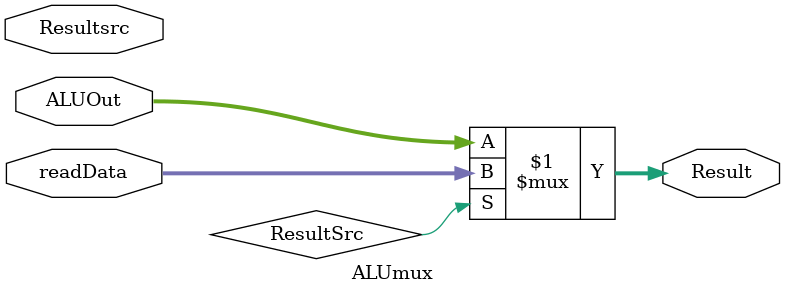
<source format=sv>
module ALUmux #(
    parameter DATA_WIDTH = 32
)(
  input logic  [DATA_WIDTH-1:0] ALUOut,
  input logic  [DATA_WIDTH-1:0] readData,
  input logic                   Resultsrc,
  output logic [DATA_WIDTH-1:0] Result
);

assign Result = ResultSrc ? readData : ALUOut;

endmodule

</source>
